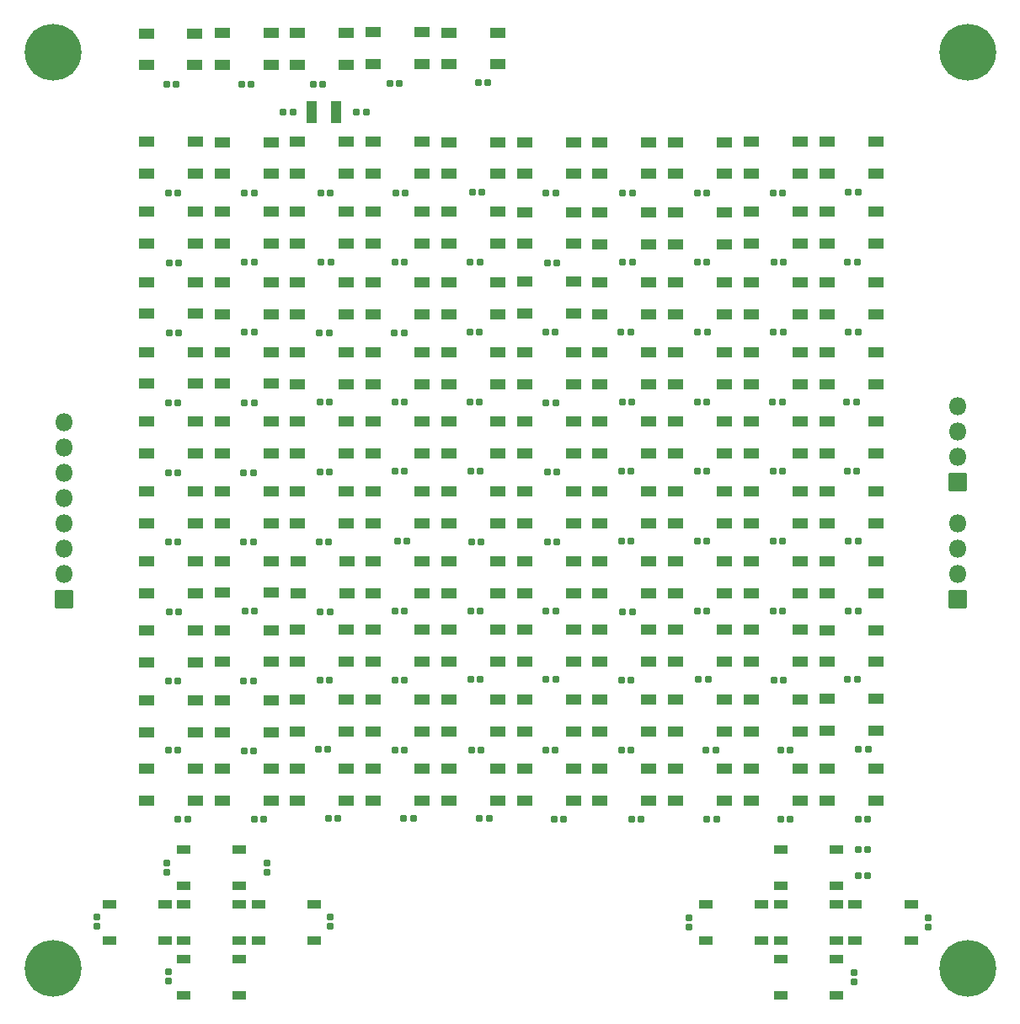
<source format=gts>
G04 #@! TF.GenerationSoftware,KiCad,Pcbnew,6.0.2+dfsg-1*
G04 #@! TF.CreationDate,2023-02-17T05:59:19+01:00*
G04 #@! TF.ProjectId,LED,4c45442e-6b69-4636-9164-5f7063625858,rev?*
G04 #@! TF.SameCoordinates,Original*
G04 #@! TF.FileFunction,Soldermask,Top*
G04 #@! TF.FilePolarity,Negative*
%FSLAX46Y46*%
G04 Gerber Fmt 4.6, Leading zero omitted, Abs format (unit mm)*
G04 Created by KiCad (PCBNEW 6.0.2+dfsg-1) date 2023-02-17 05:59:19*
%MOMM*%
%LPD*%
G01*
G04 APERTURE LIST*
G04 Aperture macros list*
%AMRoundRect*
0 Rectangle with rounded corners*
0 $1 Rounding radius*
0 $2 $3 $4 $5 $6 $7 $8 $9 X,Y pos of 4 corners*
0 Add a 4 corners polygon primitive as box body*
4,1,4,$2,$3,$4,$5,$6,$7,$8,$9,$2,$3,0*
0 Add four circle primitives for the rounded corners*
1,1,$1+$1,$2,$3*
1,1,$1+$1,$4,$5*
1,1,$1+$1,$6,$7*
1,1,$1+$1,$8,$9*
0 Add four rect primitives between the rounded corners*
20,1,$1+$1,$2,$3,$4,$5,0*
20,1,$1+$1,$4,$5,$6,$7,0*
20,1,$1+$1,$6,$7,$8,$9,0*
20,1,$1+$1,$8,$9,$2,$3,0*%
G04 Aperture macros list end*
%ADD10RoundRect,0.190000X0.140000X0.170000X-0.140000X0.170000X-0.140000X-0.170000X0.140000X-0.170000X0*%
%ADD11RoundRect,0.190000X-0.170000X0.140000X-0.170000X-0.140000X0.170000X-0.140000X0.170000X0.140000X0*%
%ADD12RoundRect,0.050000X0.750000X0.500000X-0.750000X0.500000X-0.750000X-0.500000X0.750000X-0.500000X0*%
%ADD13RoundRect,0.050000X0.650000X0.350000X-0.650000X0.350000X-0.650000X-0.350000X0.650000X-0.350000X0*%
%ADD14RoundRect,0.185000X-0.135000X-0.185000X0.135000X-0.185000X0.135000X0.185000X-0.135000X0.185000X0*%
%ADD15RoundRect,0.050000X-0.650000X-0.350000X0.650000X-0.350000X0.650000X0.350000X-0.650000X0.350000X0*%
%ADD16C,5.700000*%
%ADD17RoundRect,0.050000X-0.500000X-1.050000X0.500000X-1.050000X0.500000X1.050000X-0.500000X1.050000X0*%
%ADD18RoundRect,0.050000X0.850000X0.850000X-0.850000X0.850000X-0.850000X-0.850000X0.850000X-0.850000X0*%
%ADD19O,1.800000X1.800000*%
%ADD20RoundRect,0.050000X-0.850000X-0.850000X0.850000X-0.850000X0.850000X0.850000X-0.850000X0.850000X0*%
G04 APERTURE END LIST*
D10*
G04 #@! TO.C,C8*
X122530000Y-55640000D03*
X121570000Y-55640000D03*
G04 #@! TD*
D11*
G04 #@! TO.C,C11*
X124075000Y-133880000D03*
X124075000Y-134840000D03*
G04 #@! TD*
G04 #@! TO.C,C12*
X130470000Y-139270000D03*
X130470000Y-140230000D03*
G04 #@! TD*
G04 #@! TO.C,C13*
X166560000Y-139365000D03*
X166560000Y-140325000D03*
G04 #@! TD*
G04 #@! TO.C,C14*
X190565000Y-139370000D03*
X190565000Y-140330000D03*
G04 #@! TD*
G04 #@! TO.C,C17*
X114250000Y-144770000D03*
X114250000Y-145730000D03*
G04 #@! TD*
G04 #@! TO.C,C18*
X183130000Y-144865000D03*
X183130000Y-145825000D03*
G04 #@! TD*
D10*
G04 #@! TO.C,C19*
X184510000Y-135130000D03*
X183550000Y-135130000D03*
G04 #@! TD*
G04 #@! TO.C,C20*
X184510000Y-132550000D03*
X183550000Y-132550000D03*
G04 #@! TD*
D12*
G04 #@! TO.C,D5*
X132100000Y-53676000D03*
X132100000Y-50476000D03*
X127200000Y-50476000D03*
X127200000Y-53676000D03*
G04 #@! TD*
G04 #@! TO.C,D6*
X139700000Y-53626000D03*
X139700000Y-50426000D03*
X134800000Y-50426000D03*
X134800000Y-53626000D03*
G04 #@! TD*
D13*
G04 #@! TO.C,SW2*
X121350000Y-141700000D03*
X115750000Y-141700000D03*
X115750000Y-138050000D03*
X121350000Y-138050000D03*
G04 #@! TD*
G04 #@! TO.C,SW8*
X121350000Y-147200000D03*
X115750000Y-147200000D03*
X115750000Y-143550000D03*
X121350000Y-143550000D03*
G04 #@! TD*
D10*
G04 #@! TO.C,C9*
X129710000Y-55640000D03*
X128750000Y-55640000D03*
G04 #@! TD*
D12*
G04 #@! TO.C,D3*
X116874000Y-53726000D03*
X116874000Y-50526000D03*
X111974000Y-50526000D03*
X111974000Y-53726000D03*
G04 #@! TD*
D10*
G04 #@! TO.C,C10*
X137430000Y-55560000D03*
X136470000Y-55560000D03*
G04 #@! TD*
D12*
G04 #@! TO.C,D4*
X124500000Y-53696000D03*
X124500000Y-50496000D03*
X119600000Y-50496000D03*
X119600000Y-53696000D03*
G04 #@! TD*
D10*
G04 #@! TO.C,C7*
X114990000Y-55640000D03*
X114030000Y-55640000D03*
G04 #@! TD*
D13*
G04 #@! TO.C,SW10*
X175750000Y-141700000D03*
X181350000Y-141700000D03*
X181350000Y-138050000D03*
X175750000Y-138050000D03*
G04 #@! TD*
G04 #@! TO.C,SW4*
X173850000Y-141700000D03*
X168250000Y-141700000D03*
X173850000Y-138050000D03*
X168250000Y-138050000D03*
G04 #@! TD*
D14*
G04 #@! TO.C,R5*
X125710000Y-58450000D03*
X126730000Y-58450000D03*
G04 #@! TD*
G04 #@! TO.C,R13*
X133110000Y-58450000D03*
X134130000Y-58450000D03*
G04 #@! TD*
D15*
G04 #@! TO.C,SW11*
X181350000Y-132550000D03*
X175750000Y-132550000D03*
X175750000Y-136200000D03*
X181350000Y-136200000D03*
G04 #@! TD*
D10*
G04 #@! TO.C,C31*
X115130000Y-66550000D03*
X114170000Y-66550000D03*
G04 #@! TD*
G04 #@! TO.C,C32*
X122830000Y-66530000D03*
X121870000Y-66530000D03*
G04 #@! TD*
G04 #@! TO.C,C33*
X130470000Y-66560000D03*
X129510000Y-66560000D03*
G04 #@! TD*
D12*
G04 #@! TO.C,D14*
X132100000Y-64633000D03*
X132100000Y-61433000D03*
X127200000Y-61433000D03*
X127200000Y-64633000D03*
G04 #@! TD*
D10*
G04 #@! TO.C,C34*
X138030000Y-66530000D03*
X137070000Y-66530000D03*
G04 #@! TD*
D12*
G04 #@! TO.C,D13*
X124500000Y-64650000D03*
X124500000Y-61450000D03*
X119600000Y-61450000D03*
X119600000Y-64650000D03*
G04 #@! TD*
G04 #@! TO.C,D15*
X139700000Y-64633000D03*
X139700000Y-61433000D03*
X134800000Y-61433000D03*
X134800000Y-64633000D03*
G04 #@! TD*
G04 #@! TO.C,D12*
X116907000Y-64633000D03*
X116907000Y-61433000D03*
X112007000Y-61433000D03*
X112007000Y-64633000D03*
G04 #@! TD*
G04 #@! TO.C,D110*
X170100000Y-127630000D03*
X170100000Y-124430000D03*
X165200000Y-124430000D03*
X165200000Y-127630000D03*
G04 #@! TD*
G04 #@! TO.C,D111*
X177700000Y-127630000D03*
X177700000Y-124430000D03*
X172800000Y-124430000D03*
X172800000Y-127630000D03*
G04 #@! TD*
G04 #@! TO.C,D108*
X154900000Y-127590000D03*
X154900000Y-124390000D03*
X150000000Y-124390000D03*
X150000000Y-127590000D03*
G04 #@! TD*
G04 #@! TO.C,D105*
X132100000Y-127590000D03*
X132100000Y-124390000D03*
X127200000Y-124390000D03*
X127200000Y-127590000D03*
G04 #@! TD*
G04 #@! TO.C,D106*
X139700000Y-127590000D03*
X139700000Y-124390000D03*
X134800000Y-124390000D03*
X134800000Y-127590000D03*
G04 #@! TD*
G04 #@! TO.C,D107*
X147300000Y-127590000D03*
X147300000Y-124390000D03*
X142400000Y-124390000D03*
X142400000Y-127590000D03*
G04 #@! TD*
G04 #@! TO.C,D109*
X162500000Y-127610000D03*
X162500000Y-124410000D03*
X157600000Y-124410000D03*
X157600000Y-127610000D03*
G04 #@! TD*
G04 #@! TO.C,D112*
X185300000Y-127630000D03*
X185300000Y-124430000D03*
X180400000Y-124430000D03*
X180400000Y-127630000D03*
G04 #@! TD*
D10*
G04 #@! TO.C,C21*
X183530000Y-66510000D03*
X182570000Y-66510000D03*
G04 #@! TD*
G04 #@! TO.C,C15*
X168330000Y-66550000D03*
X167370000Y-66550000D03*
G04 #@! TD*
G04 #@! TO.C,C6*
X160830000Y-66550000D03*
X159870000Y-66550000D03*
G04 #@! TD*
G04 #@! TO.C,C42*
X168330000Y-73550000D03*
X167370000Y-73550000D03*
G04 #@! TD*
G04 #@! TO.C,C35*
X115250000Y-73630000D03*
X114290000Y-73630000D03*
G04 #@! TD*
G04 #@! TO.C,C44*
X183430000Y-73550000D03*
X182470000Y-73550000D03*
G04 #@! TD*
G04 #@! TO.C,C37*
X130530000Y-73550000D03*
X129570000Y-73550000D03*
G04 #@! TD*
G04 #@! TO.C,C39*
X145510000Y-73550000D03*
X144550000Y-73550000D03*
G04 #@! TD*
G04 #@! TO.C,C40*
X153230000Y-73580000D03*
X152270000Y-73580000D03*
G04 #@! TD*
G04 #@! TO.C,C50*
X153110000Y-80550000D03*
X152150000Y-80550000D03*
G04 #@! TD*
G04 #@! TO.C,C41*
X160830000Y-73550000D03*
X159870000Y-73550000D03*
G04 #@! TD*
G04 #@! TO.C,C49*
X145480000Y-80550000D03*
X144520000Y-80550000D03*
G04 #@! TD*
G04 #@! TO.C,C3*
X153130000Y-66550000D03*
X152170000Y-66550000D03*
G04 #@! TD*
G04 #@! TO.C,C36*
X122830000Y-73530000D03*
X121870000Y-73530000D03*
G04 #@! TD*
G04 #@! TO.C,C38*
X137930000Y-73550000D03*
X136970000Y-73550000D03*
G04 #@! TD*
G04 #@! TO.C,C46*
X122830000Y-80550000D03*
X121870000Y-80550000D03*
G04 #@! TD*
G04 #@! TO.C,C47*
X130340000Y-80590000D03*
X129380000Y-80590000D03*
G04 #@! TD*
G04 #@! TO.C,C48*
X137880000Y-80630000D03*
X136920000Y-80630000D03*
G04 #@! TD*
G04 #@! TO.C,C2*
X145730000Y-66470000D03*
X144770000Y-66470000D03*
G04 #@! TD*
G04 #@! TO.C,C16*
X175930000Y-66540000D03*
X174970000Y-66540000D03*
G04 #@! TD*
G04 #@! TO.C,C45*
X115250000Y-80610000D03*
X114290000Y-80610000D03*
G04 #@! TD*
G04 #@! TO.C,C43*
X176030000Y-73550000D03*
X175070000Y-73550000D03*
G04 #@! TD*
G04 #@! TO.C,C76*
X122730000Y-101650000D03*
X121770000Y-101650000D03*
G04 #@! TD*
G04 #@! TO.C,C70*
X153230000Y-94580000D03*
X152270000Y-94580000D03*
G04 #@! TD*
G04 #@! TO.C,C67*
X130410000Y-94590000D03*
X129450000Y-94590000D03*
G04 #@! TD*
G04 #@! TO.C,C69*
X145530000Y-94550000D03*
X144570000Y-94550000D03*
G04 #@! TD*
G04 #@! TO.C,C79*
X145630000Y-101590000D03*
X144670000Y-101590000D03*
G04 #@! TD*
G04 #@! TO.C,C84*
X183530000Y-101550000D03*
X182570000Y-101550000D03*
G04 #@! TD*
G04 #@! TO.C,C81*
X160730000Y-101550000D03*
X159770000Y-101550000D03*
G04 #@! TD*
G04 #@! TO.C,C83*
X175930000Y-101550000D03*
X174970000Y-101550000D03*
G04 #@! TD*
G04 #@! TO.C,C86*
X122850000Y-108600000D03*
X121890000Y-108600000D03*
G04 #@! TD*
G04 #@! TO.C,C72*
X168330000Y-94550000D03*
X167370000Y-94550000D03*
G04 #@! TD*
G04 #@! TO.C,C68*
X137930000Y-94550000D03*
X136970000Y-94550000D03*
G04 #@! TD*
G04 #@! TO.C,C80*
X153230000Y-101580000D03*
X152270000Y-101580000D03*
G04 #@! TD*
G04 #@! TO.C,C62*
X168330000Y-87550000D03*
X167370000Y-87550000D03*
G04 #@! TD*
G04 #@! TO.C,C61*
X160810000Y-87550000D03*
X159850000Y-87550000D03*
G04 #@! TD*
G04 #@! TO.C,C51*
X160670000Y-80580000D03*
X159710000Y-80580000D03*
G04 #@! TD*
G04 #@! TO.C,C52*
X168360000Y-80570000D03*
X167400000Y-80570000D03*
G04 #@! TD*
G04 #@! TO.C,C53*
X175980000Y-80550000D03*
X175020000Y-80550000D03*
G04 #@! TD*
G04 #@! TO.C,C54*
X183530000Y-80550000D03*
X182570000Y-80550000D03*
G04 #@! TD*
G04 #@! TO.C,C66*
X122730000Y-94650000D03*
X121770000Y-94650000D03*
G04 #@! TD*
G04 #@! TO.C,C78*
X138160000Y-101570000D03*
X137200000Y-101570000D03*
G04 #@! TD*
G04 #@! TO.C,C73*
X175930000Y-94550000D03*
X174970000Y-94550000D03*
G04 #@! TD*
G04 #@! TO.C,C74*
X183410000Y-94550000D03*
X182450000Y-94550000D03*
G04 #@! TD*
G04 #@! TO.C,C85*
X115230000Y-108650000D03*
X114270000Y-108650000D03*
G04 #@! TD*
G04 #@! TO.C,C75*
X115150000Y-101650000D03*
X114190000Y-101650000D03*
G04 #@! TD*
G04 #@! TO.C,C77*
X130330000Y-101650000D03*
X129370000Y-101650000D03*
G04 #@! TD*
G04 #@! TO.C,C55*
X115130000Y-87650000D03*
X114170000Y-87650000D03*
G04 #@! TD*
G04 #@! TO.C,C56*
X122830000Y-87640000D03*
X121870000Y-87640000D03*
G04 #@! TD*
G04 #@! TO.C,C58*
X137930000Y-87550000D03*
X136970000Y-87550000D03*
G04 #@! TD*
G04 #@! TO.C,C59*
X145450000Y-87550000D03*
X144490000Y-87550000D03*
G04 #@! TD*
G04 #@! TO.C,C63*
X175910000Y-87550000D03*
X174950000Y-87550000D03*
G04 #@! TD*
G04 #@! TO.C,C57*
X130410000Y-87600000D03*
X129450000Y-87600000D03*
G04 #@! TD*
G04 #@! TO.C,C60*
X153130000Y-87650000D03*
X152170000Y-87650000D03*
G04 #@! TD*
G04 #@! TO.C,C64*
X183350000Y-87540000D03*
X182390000Y-87540000D03*
G04 #@! TD*
G04 #@! TO.C,C65*
X115130000Y-94650000D03*
X114170000Y-94650000D03*
G04 #@! TD*
G04 #@! TO.C,C71*
X160730000Y-94550000D03*
X159770000Y-94550000D03*
G04 #@! TD*
G04 #@! TO.C,C82*
X168330000Y-101550000D03*
X167370000Y-101550000D03*
G04 #@! TD*
G04 #@! TO.C,C88*
X137930000Y-108550000D03*
X136970000Y-108550000D03*
G04 #@! TD*
G04 #@! TO.C,C95*
X115130000Y-115620000D03*
X114170000Y-115620000D03*
G04 #@! TD*
G04 #@! TO.C,C103*
X176030000Y-115500000D03*
X175070000Y-115500000D03*
G04 #@! TD*
G04 #@! TO.C,C97*
X130410000Y-115530000D03*
X129450000Y-115530000D03*
G04 #@! TD*
G04 #@! TO.C,C100*
X153130000Y-115450000D03*
X152170000Y-115450000D03*
G04 #@! TD*
G04 #@! TO.C,C104*
X183430000Y-115450000D03*
X182470000Y-115450000D03*
G04 #@! TD*
G04 #@! TO.C,C92*
X168330000Y-108550000D03*
X167370000Y-108550000D03*
G04 #@! TD*
G04 #@! TO.C,C96*
X122730000Y-115600000D03*
X121770000Y-115600000D03*
G04 #@! TD*
G04 #@! TO.C,C101*
X160730000Y-115530000D03*
X159770000Y-115530000D03*
G04 #@! TD*
G04 #@! TO.C,C91*
X160830000Y-108650000D03*
X159870000Y-108650000D03*
G04 #@! TD*
G04 #@! TO.C,C87*
X130430000Y-108620000D03*
X129470000Y-108620000D03*
G04 #@! TD*
G04 #@! TO.C,C93*
X175930000Y-108550000D03*
X174970000Y-108550000D03*
G04 #@! TD*
G04 #@! TO.C,C94*
X183530000Y-108550000D03*
X182570000Y-108550000D03*
G04 #@! TD*
G04 #@! TO.C,C102*
X168450000Y-115450000D03*
X167490000Y-115450000D03*
G04 #@! TD*
G04 #@! TO.C,C89*
X145530000Y-108550000D03*
X144570000Y-108550000D03*
G04 #@! TD*
G04 #@! TO.C,C90*
X153130000Y-108550000D03*
X152170000Y-108550000D03*
G04 #@! TD*
G04 #@! TO.C,C98*
X137950000Y-115490000D03*
X136990000Y-115490000D03*
G04 #@! TD*
G04 #@! TO.C,C99*
X145550000Y-115450000D03*
X144590000Y-115450000D03*
G04 #@! TD*
G04 #@! TO.C,C113*
X176730000Y-122530000D03*
X175770000Y-122530000D03*
G04 #@! TD*
G04 #@! TO.C,C112*
X169210000Y-122530000D03*
X168250000Y-122530000D03*
G04 #@! TD*
G04 #@! TO.C,C115*
X116130000Y-129450000D03*
X115170000Y-129450000D03*
G04 #@! TD*
G04 #@! TO.C,C108*
X137930000Y-122550000D03*
X136970000Y-122550000D03*
G04 #@! TD*
G04 #@! TO.C,C111*
X160730000Y-122520000D03*
X159770000Y-122520000D03*
G04 #@! TD*
G04 #@! TO.C,C116*
X123810000Y-129450000D03*
X122850000Y-129450000D03*
G04 #@! TD*
G04 #@! TO.C,C117*
X131230000Y-129400000D03*
X130270000Y-129400000D03*
G04 #@! TD*
G04 #@! TO.C,C105*
X115130000Y-122550000D03*
X114170000Y-122550000D03*
G04 #@! TD*
G04 #@! TO.C,C106*
X122750000Y-122580000D03*
X121790000Y-122580000D03*
G04 #@! TD*
G04 #@! TO.C,C110*
X153110000Y-122520000D03*
X152150000Y-122520000D03*
G04 #@! TD*
G04 #@! TO.C,C118*
X138830000Y-129400000D03*
X137870000Y-129400000D03*
G04 #@! TD*
G04 #@! TO.C,C114*
X184530000Y-122450000D03*
X183570000Y-122450000D03*
G04 #@! TD*
G04 #@! TO.C,C119*
X146430000Y-129430000D03*
X145470000Y-129430000D03*
G04 #@! TD*
G04 #@! TO.C,C122*
X169300000Y-129440000D03*
X168340000Y-129440000D03*
G04 #@! TD*
G04 #@! TO.C,C107*
X130250000Y-122490000D03*
X129290000Y-122490000D03*
G04 #@! TD*
G04 #@! TO.C,C120*
X153930000Y-129450000D03*
X152970000Y-129450000D03*
G04 #@! TD*
G04 #@! TO.C,C121*
X161730000Y-129450000D03*
X160770000Y-129450000D03*
G04 #@! TD*
G04 #@! TO.C,C109*
X145630000Y-122550000D03*
X144670000Y-122550000D03*
G04 #@! TD*
D12*
G04 #@! TO.C,D26*
X147300000Y-71650000D03*
X147300000Y-68450000D03*
X142400000Y-68450000D03*
X142400000Y-71650000D03*
G04 #@! TD*
G04 #@! TO.C,D18*
X162500000Y-64650000D03*
X162500000Y-61450000D03*
X157600000Y-61450000D03*
X157600000Y-64650000D03*
G04 #@! TD*
G04 #@! TO.C,D21*
X185300000Y-64640000D03*
X185300000Y-61440000D03*
X180400000Y-61440000D03*
X180400000Y-64640000D03*
G04 #@! TD*
G04 #@! TO.C,D28*
X162500000Y-71700000D03*
X162500000Y-68500000D03*
X157600000Y-68500000D03*
X157600000Y-71700000D03*
G04 #@! TD*
G04 #@! TO.C,D24*
X132100000Y-71670000D03*
X132100000Y-68470000D03*
X127200000Y-68470000D03*
X127200000Y-71670000D03*
G04 #@! TD*
D10*
G04 #@! TO.C,C123*
X176730000Y-129450000D03*
X175770000Y-129450000D03*
G04 #@! TD*
G04 #@! TO.C,C124*
X184510000Y-129470000D03*
X183550000Y-129470000D03*
G04 #@! TD*
D12*
G04 #@! TO.C,D16*
X147300000Y-64650000D03*
X147300000Y-61450000D03*
X142400000Y-61450000D03*
X142400000Y-64650000D03*
G04 #@! TD*
G04 #@! TO.C,D23*
X124500000Y-71670000D03*
X124500000Y-68470000D03*
X119600000Y-68470000D03*
X119600000Y-71670000D03*
G04 #@! TD*
G04 #@! TO.C,D20*
X177700000Y-64640000D03*
X177700000Y-61440000D03*
X172800000Y-61440000D03*
X172800000Y-64640000D03*
G04 #@! TD*
G04 #@! TO.C,D25*
X139700000Y-71670000D03*
X139700000Y-68470000D03*
X134800000Y-68470000D03*
X134800000Y-71670000D03*
G04 #@! TD*
G04 #@! TO.C,D29*
X170100000Y-71710000D03*
X170100000Y-68510000D03*
X165200000Y-68510000D03*
X165200000Y-71710000D03*
G04 #@! TD*
G04 #@! TO.C,D27*
X154900000Y-71690000D03*
X154900000Y-68490000D03*
X150000000Y-68490000D03*
X150000000Y-71690000D03*
G04 #@! TD*
G04 #@! TO.C,D17*
X154900000Y-64650000D03*
X154900000Y-61450000D03*
X150000000Y-61450000D03*
X150000000Y-64650000D03*
G04 #@! TD*
G04 #@! TO.C,D22*
X116900000Y-71670000D03*
X116900000Y-68470000D03*
X112000000Y-68470000D03*
X112000000Y-71670000D03*
G04 #@! TD*
G04 #@! TO.C,D19*
X170100000Y-64650000D03*
X170100000Y-61450000D03*
X165200000Y-61450000D03*
X165200000Y-64650000D03*
G04 #@! TD*
G04 #@! TO.C,D31*
X185300000Y-71650000D03*
X185300000Y-68450000D03*
X180400000Y-68450000D03*
X180400000Y-71650000D03*
G04 #@! TD*
G04 #@! TO.C,D30*
X177700000Y-71650000D03*
X177700000Y-68450000D03*
X172800000Y-68450000D03*
X172800000Y-71650000D03*
G04 #@! TD*
G04 #@! TO.C,D36*
X147300000Y-78720000D03*
X147300000Y-75520000D03*
X142400000Y-75520000D03*
X142400000Y-78720000D03*
G04 #@! TD*
G04 #@! TO.C,D38*
X162500000Y-78750000D03*
X162500000Y-75550000D03*
X157600000Y-75550000D03*
X157600000Y-78750000D03*
G04 #@! TD*
G04 #@! TO.C,D48*
X162500000Y-85750000D03*
X162500000Y-82550000D03*
X157600000Y-82550000D03*
X157600000Y-85750000D03*
G04 #@! TD*
G04 #@! TO.C,D32*
X116900000Y-78710000D03*
X116900000Y-75510000D03*
X112000000Y-75510000D03*
X112000000Y-78710000D03*
G04 #@! TD*
G04 #@! TO.C,D41*
X185300000Y-78750000D03*
X185300000Y-75550000D03*
X180400000Y-75550000D03*
X180400000Y-78750000D03*
G04 #@! TD*
G04 #@! TO.C,D47*
X154900000Y-85750000D03*
X154900000Y-82550000D03*
X150000000Y-82550000D03*
X150000000Y-85750000D03*
G04 #@! TD*
G04 #@! TO.C,D37*
X154960000Y-78700000D03*
X154960000Y-75500000D03*
X150060000Y-75500000D03*
X150060000Y-78700000D03*
G04 #@! TD*
G04 #@! TO.C,D46*
X147300000Y-85750000D03*
X147300000Y-82550000D03*
X142400000Y-82550000D03*
X142400000Y-85750000D03*
G04 #@! TD*
G04 #@! TO.C,D40*
X177700000Y-78750000D03*
X177700000Y-75550000D03*
X172800000Y-75550000D03*
X172800000Y-78750000D03*
G04 #@! TD*
G04 #@! TO.C,D34*
X132100000Y-78730000D03*
X132100000Y-75530000D03*
X127200000Y-75530000D03*
X127200000Y-78730000D03*
G04 #@! TD*
G04 #@! TO.C,D33*
X124500000Y-78720000D03*
X124500000Y-75520000D03*
X119600000Y-75520000D03*
X119600000Y-78720000D03*
G04 #@! TD*
G04 #@! TO.C,D43*
X124500000Y-85740000D03*
X124500000Y-82540000D03*
X119600000Y-82540000D03*
X119600000Y-85740000D03*
G04 #@! TD*
G04 #@! TO.C,D49*
X170100000Y-85750000D03*
X170100000Y-82550000D03*
X165200000Y-82550000D03*
X165200000Y-85750000D03*
G04 #@! TD*
G04 #@! TO.C,D35*
X139700000Y-78720000D03*
X139700000Y-75520000D03*
X134800000Y-75520000D03*
X134800000Y-78720000D03*
G04 #@! TD*
G04 #@! TO.C,D39*
X170100000Y-78750000D03*
X170100000Y-75550000D03*
X165200000Y-75550000D03*
X165200000Y-78750000D03*
G04 #@! TD*
G04 #@! TO.C,D42*
X116900000Y-85740000D03*
X116900000Y-82540000D03*
X112000000Y-82540000D03*
X112000000Y-85740000D03*
G04 #@! TD*
G04 #@! TO.C,D44*
X132100000Y-85750000D03*
X132100000Y-82550000D03*
X127200000Y-82550000D03*
X127200000Y-85750000D03*
G04 #@! TD*
G04 #@! TO.C,D45*
X139700000Y-85750000D03*
X139700000Y-82550000D03*
X134800000Y-82550000D03*
X134800000Y-85750000D03*
G04 #@! TD*
G04 #@! TO.C,D79*
X170100000Y-106750000D03*
X170100000Y-103550000D03*
X165200000Y-103550000D03*
X165200000Y-106750000D03*
G04 #@! TD*
G04 #@! TO.C,D69*
X170100000Y-99750000D03*
X170100000Y-96550000D03*
X165200000Y-96550000D03*
X165200000Y-99750000D03*
G04 #@! TD*
G04 #@! TO.C,D73*
X124500000Y-106730000D03*
X124500000Y-103530000D03*
X119600000Y-103530000D03*
X119600000Y-106730000D03*
G04 #@! TD*
G04 #@! TO.C,D81*
X185300000Y-106750000D03*
X185300000Y-103550000D03*
X180400000Y-103550000D03*
X180400000Y-106750000D03*
G04 #@! TD*
G04 #@! TO.C,D85*
X139700000Y-113640000D03*
X139700000Y-110440000D03*
X134800000Y-110440000D03*
X134800000Y-113640000D03*
G04 #@! TD*
G04 #@! TO.C,D82*
X116900000Y-113720000D03*
X116900000Y-110520000D03*
X112000000Y-110520000D03*
X112000000Y-113720000D03*
G04 #@! TD*
G04 #@! TO.C,D68*
X162500000Y-99750000D03*
X162500000Y-96550000D03*
X157600000Y-96550000D03*
X157600000Y-99750000D03*
G04 #@! TD*
G04 #@! TO.C,D70*
X177700000Y-99750000D03*
X177700000Y-96550000D03*
X172800000Y-96550000D03*
X172800000Y-99750000D03*
G04 #@! TD*
G04 #@! TO.C,D83*
X124500000Y-113680000D03*
X124500000Y-110480000D03*
X119600000Y-110480000D03*
X119600000Y-113680000D03*
G04 #@! TD*
G04 #@! TO.C,D77*
X154900000Y-106750000D03*
X154900000Y-103550000D03*
X150000000Y-103550000D03*
X150000000Y-106750000D03*
G04 #@! TD*
G04 #@! TO.C,D80*
X177700000Y-106750000D03*
X177700000Y-103550000D03*
X172800000Y-103550000D03*
X172800000Y-106750000D03*
G04 #@! TD*
G04 #@! TO.C,D71*
X185300000Y-99750000D03*
X185300000Y-96550000D03*
X180400000Y-96550000D03*
X180400000Y-99750000D03*
G04 #@! TD*
G04 #@! TO.C,D72*
X116900000Y-106750000D03*
X116900000Y-103550000D03*
X112000000Y-103550000D03*
X112000000Y-106750000D03*
G04 #@! TD*
G04 #@! TO.C,D75*
X139700000Y-106750000D03*
X139700000Y-103550000D03*
X134800000Y-103550000D03*
X134800000Y-106750000D03*
G04 #@! TD*
G04 #@! TO.C,D76*
X147300000Y-106750000D03*
X147300000Y-103550000D03*
X142400000Y-103550000D03*
X142400000Y-106750000D03*
G04 #@! TD*
G04 #@! TO.C,D78*
X162500000Y-106750000D03*
X162500000Y-103550000D03*
X157600000Y-103550000D03*
X157600000Y-106750000D03*
G04 #@! TD*
G04 #@! TO.C,D104*
X124500000Y-127610000D03*
X124500000Y-124410000D03*
X119600000Y-124410000D03*
X119600000Y-127610000D03*
G04 #@! TD*
G04 #@! TO.C,D103*
X116900000Y-127620000D03*
X116900000Y-124420000D03*
X112000000Y-124420000D03*
X112000000Y-127620000D03*
G04 #@! TD*
G04 #@! TO.C,D91*
X185300000Y-113670000D03*
X185300000Y-110470000D03*
X180400000Y-110470000D03*
X180400000Y-113670000D03*
G04 #@! TD*
G04 #@! TO.C,D100*
X170100000Y-120660000D03*
X170100000Y-117460000D03*
X165200000Y-117460000D03*
X165200000Y-120660000D03*
G04 #@! TD*
G04 #@! TO.C,D95*
X132100000Y-120680000D03*
X132100000Y-117480000D03*
X127200000Y-117480000D03*
X127200000Y-120680000D03*
G04 #@! TD*
G04 #@! TO.C,D90*
X177700000Y-113650000D03*
X177700000Y-110450000D03*
X172800000Y-110450000D03*
X172800000Y-113650000D03*
G04 #@! TD*
G04 #@! TO.C,D86*
X147300000Y-113640000D03*
X147300000Y-110440000D03*
X142400000Y-110440000D03*
X142400000Y-113640000D03*
G04 #@! TD*
G04 #@! TO.C,D98*
X154900000Y-120670000D03*
X154900000Y-117470000D03*
X150000000Y-117470000D03*
X150000000Y-120670000D03*
G04 #@! TD*
G04 #@! TO.C,D101*
X177700000Y-120660000D03*
X177700000Y-117460000D03*
X172800000Y-117460000D03*
X172800000Y-120660000D03*
G04 #@! TD*
G04 #@! TO.C,D96*
X139700000Y-120690000D03*
X139700000Y-117490000D03*
X134800000Y-117490000D03*
X134800000Y-120690000D03*
G04 #@! TD*
G04 #@! TO.C,D87*
X154900000Y-113630000D03*
X154900000Y-110430000D03*
X150000000Y-110430000D03*
X150000000Y-113630000D03*
G04 #@! TD*
G04 #@! TO.C,D94*
X124500000Y-120750000D03*
X124500000Y-117550000D03*
X119600000Y-117550000D03*
X119600000Y-120750000D03*
G04 #@! TD*
G04 #@! TO.C,D88*
X162500000Y-113640000D03*
X162500000Y-110440000D03*
X157600000Y-110440000D03*
X157600000Y-113640000D03*
G04 #@! TD*
G04 #@! TO.C,D99*
X162500000Y-120680000D03*
X162500000Y-117480000D03*
X157600000Y-117480000D03*
X157600000Y-120680000D03*
G04 #@! TD*
G04 #@! TO.C,D93*
X116900000Y-120750000D03*
X116900000Y-117550000D03*
X112000000Y-117550000D03*
X112000000Y-120750000D03*
G04 #@! TD*
G04 #@! TO.C,D89*
X170100000Y-113650000D03*
X170100000Y-110450000D03*
X165200000Y-110450000D03*
X165200000Y-113650000D03*
G04 #@! TD*
G04 #@! TO.C,D97*
X147300000Y-120680000D03*
X147300000Y-117480000D03*
X142400000Y-117480000D03*
X142400000Y-120680000D03*
G04 #@! TD*
G04 #@! TO.C,D102*
X185300000Y-120610000D03*
X185300000Y-117410000D03*
X180400000Y-117410000D03*
X180400000Y-120610000D03*
G04 #@! TD*
G04 #@! TO.C,D57*
X154900000Y-92750000D03*
X154900000Y-89550000D03*
X150000000Y-89550000D03*
X150000000Y-92750000D03*
G04 #@! TD*
G04 #@! TO.C,D58*
X162500000Y-92750000D03*
X162500000Y-89550000D03*
X157600000Y-89550000D03*
X157600000Y-92750000D03*
G04 #@! TD*
G04 #@! TO.C,D62*
X116900000Y-99750000D03*
X116900000Y-96550000D03*
X112000000Y-96550000D03*
X112000000Y-99750000D03*
G04 #@! TD*
G04 #@! TO.C,D63*
X124500000Y-99750000D03*
X124500000Y-96550000D03*
X119600000Y-96550000D03*
X119600000Y-99750000D03*
G04 #@! TD*
G04 #@! TO.C,D65*
X139700000Y-99750000D03*
X139700000Y-96550000D03*
X134800000Y-96550000D03*
X134800000Y-99750000D03*
G04 #@! TD*
G04 #@! TO.C,D50*
X177700000Y-85750000D03*
X177700000Y-82550000D03*
X172800000Y-82550000D03*
X172800000Y-85750000D03*
G04 #@! TD*
G04 #@! TO.C,D51*
X185300000Y-85750000D03*
X185300000Y-82550000D03*
X180400000Y-82550000D03*
X180400000Y-85750000D03*
G04 #@! TD*
G04 #@! TO.C,D66*
X147300000Y-99720000D03*
X147300000Y-96520000D03*
X142400000Y-96520000D03*
X142400000Y-99720000D03*
G04 #@! TD*
G04 #@! TO.C,D55*
X139700000Y-92690000D03*
X139700000Y-89490000D03*
X134800000Y-89490000D03*
X134800000Y-92690000D03*
G04 #@! TD*
G04 #@! TO.C,D56*
X147300000Y-92750000D03*
X147300000Y-89550000D03*
X142400000Y-89550000D03*
X142400000Y-92750000D03*
G04 #@! TD*
G04 #@! TO.C,D59*
X170100000Y-92750000D03*
X170100000Y-89550000D03*
X165200000Y-89550000D03*
X165200000Y-92750000D03*
G04 #@! TD*
G04 #@! TO.C,D64*
X132100000Y-99750000D03*
X132100000Y-96550000D03*
X127200000Y-96550000D03*
X127200000Y-99750000D03*
G04 #@! TD*
G04 #@! TO.C,D53*
X124500000Y-92720000D03*
X124500000Y-89520000D03*
X119600000Y-89520000D03*
X119600000Y-92720000D03*
G04 #@! TD*
G04 #@! TO.C,D67*
X154900000Y-99750000D03*
X154900000Y-96550000D03*
X150000000Y-96550000D03*
X150000000Y-99750000D03*
G04 #@! TD*
G04 #@! TO.C,D61*
X185300000Y-92750000D03*
X185300000Y-89550000D03*
X180400000Y-89550000D03*
X180400000Y-92750000D03*
G04 #@! TD*
G04 #@! TO.C,D60*
X177700000Y-92750000D03*
X177700000Y-89550000D03*
X172800000Y-89550000D03*
X172800000Y-92750000D03*
G04 #@! TD*
G04 #@! TO.C,D52*
X116900000Y-92720000D03*
X116900000Y-89520000D03*
X112000000Y-89520000D03*
X112000000Y-92720000D03*
G04 #@! TD*
G04 #@! TO.C,D54*
X132100000Y-92720000D03*
X132100000Y-89520000D03*
X127200000Y-89520000D03*
X127200000Y-92720000D03*
G04 #@! TD*
D10*
G04 #@! TO.C,C125*
X146310000Y-55450000D03*
X145350000Y-55450000D03*
G04 #@! TD*
D12*
G04 #@! TO.C,D113*
X147300000Y-53650000D03*
X147300000Y-50450000D03*
X142400000Y-50450000D03*
X142400000Y-53650000D03*
G04 #@! TD*
D13*
G04 #@! TO.C,SW3*
X128850000Y-141700000D03*
X123250000Y-141700000D03*
X123250000Y-138050000D03*
X128850000Y-138050000D03*
G04 #@! TD*
D12*
G04 #@! TO.C,D74*
X132120000Y-106750000D03*
X132120000Y-103550000D03*
X127220000Y-103550000D03*
X127220000Y-106750000D03*
G04 #@! TD*
G04 #@! TO.C,D84*
X132100000Y-113640000D03*
X132100000Y-110440000D03*
X127200000Y-110440000D03*
X127200000Y-113640000D03*
G04 #@! TD*
D16*
G04 #@! TO.C,H5*
X102570000Y-52450000D03*
G04 #@! TD*
G04 #@! TO.C,H6*
X194570000Y-52450000D03*
G04 #@! TD*
G04 #@! TO.C,H7*
X102570000Y-144450000D03*
G04 #@! TD*
G04 #@! TO.C,H8*
X194570000Y-144450000D03*
G04 #@! TD*
D17*
G04 #@! TO.C,Q3*
X128570000Y-58450000D03*
X131070000Y-58450000D03*
G04 #@! TD*
D13*
G04 #@! TO.C,SW9*
X181350000Y-147200000D03*
X175750000Y-147200000D03*
X181350000Y-143550000D03*
X175750000Y-143550000D03*
G04 #@! TD*
G04 #@! TO.C,SW5*
X183250000Y-141700000D03*
X188850000Y-141700000D03*
X188850000Y-138050000D03*
X183250000Y-138050000D03*
G04 #@! TD*
D11*
G04 #@! TO.C,C126*
X107050000Y-139270000D03*
X107050000Y-140230000D03*
G04 #@! TD*
D13*
G04 #@! TO.C,SW7*
X113850000Y-141700000D03*
X108250000Y-141700000D03*
X113850000Y-138050000D03*
X108250000Y-138050000D03*
G04 #@! TD*
D18*
G04 #@! TO.C,J5*
X193570000Y-107370000D03*
D19*
X193570000Y-104830000D03*
X193570000Y-102290000D03*
X193570000Y-99750000D03*
G04 #@! TD*
D18*
G04 #@! TO.C,J6*
X193570000Y-95650000D03*
D19*
X193570000Y-93110000D03*
X193570000Y-90570000D03*
X193570000Y-88030000D03*
G04 #@! TD*
D13*
G04 #@! TO.C,SW12*
X121350000Y-136200000D03*
X115750000Y-136200000D03*
X115750000Y-132550000D03*
X121350000Y-132550000D03*
G04 #@! TD*
D11*
G04 #@! TO.C,C30*
X114070000Y-133875000D03*
X114070000Y-134835000D03*
G04 #@! TD*
D20*
G04 #@! TO.C,J4*
X103670000Y-107350000D03*
D19*
X103670000Y-104810000D03*
X103670000Y-102270000D03*
X103670000Y-99730000D03*
X103670000Y-97190000D03*
X103670000Y-94650000D03*
X103670000Y-92110000D03*
X103670000Y-89570000D03*
G04 #@! TD*
M02*

</source>
